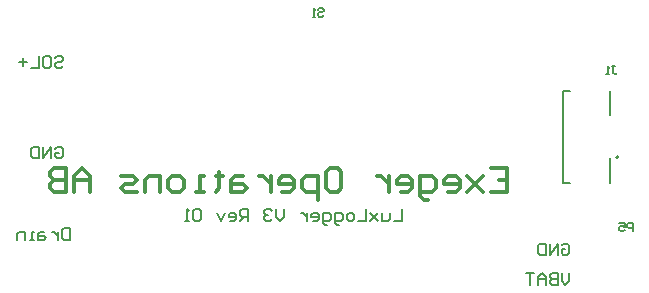
<source format=gbr>
%TF.GenerationSoftware,Altium Limited,Altium Designer,20.2.6 (244)*%
G04 Layer_Color=32896*
%FSLAX45Y45*%
%MOMM*%
%TF.SameCoordinates,5B1E47F8-7F56-49C7-AB48-EE235D2752C7*%
%TF.FilePolarity,Positive*%
%TF.FileFunction,Legend,Bot*%
%TF.Part,Single*%
G01*
G75*
%TA.AperFunction,NonConductor*%
%ADD60C,0.20000*%
%ADD61C,0.30000*%
D60*
X6165000Y1390000D02*
G03*
X6165000Y1390000I-10000J0D01*
G01*
X5695000Y1955000D02*
X5756000D01*
X5695000Y1175000D02*
X5756000D01*
X6095000Y1750000D02*
Y1955000D01*
Y1175000D02*
Y1380000D01*
X5695000Y1175000D02*
Y1955000D01*
X5750000Y409968D02*
Y343322D01*
X5716677Y310000D01*
X5683355Y343322D01*
Y409968D01*
X5650032D02*
Y310000D01*
X5600048D01*
X5583387Y326661D01*
Y343322D01*
X5600048Y359984D01*
X5650032D01*
X5600048D01*
X5583387Y376645D01*
Y393306D01*
X5600048Y409968D01*
X5650032D01*
X5550064Y310000D02*
Y376645D01*
X5516742Y409968D01*
X5483419Y376645D01*
Y310000D01*
Y359984D01*
X5550064D01*
X5450097Y409968D02*
X5383452D01*
X5416774D01*
Y310000D01*
X5683355Y643306D02*
X5700016Y659968D01*
X5733339D01*
X5750000Y643306D01*
Y576661D01*
X5733339Y560000D01*
X5700016D01*
X5683355Y576661D01*
Y609984D01*
X5716677D01*
X5650032Y560000D02*
Y659968D01*
X5583387Y560000D01*
Y659968D01*
X5550064D02*
Y560000D01*
X5500080D01*
X5483419Y576661D01*
Y643306D01*
X5500080Y659968D01*
X5550064D01*
X1520000Y789968D02*
Y690000D01*
X1470016D01*
X1453355Y706661D01*
Y773306D01*
X1470016Y789968D01*
X1520000D01*
X1420032Y756645D02*
Y690000D01*
Y723322D01*
X1403371Y739984D01*
X1386710Y756645D01*
X1370048D01*
X1303403D02*
X1270081D01*
X1253419Y739984D01*
Y690000D01*
X1303403D01*
X1320064Y706661D01*
X1303403Y723322D01*
X1253419D01*
X1220097Y690000D02*
X1186774D01*
X1203435D01*
Y756645D01*
X1220097D01*
X1136790Y690000D02*
Y756645D01*
X1086806D01*
X1070145Y739984D01*
Y690000D01*
X1393355Y1463306D02*
X1410016Y1479968D01*
X1443339D01*
X1460000Y1463306D01*
Y1396661D01*
X1443339Y1380000D01*
X1410016D01*
X1393355Y1396661D01*
Y1429984D01*
X1426678D01*
X1360032Y1380000D02*
Y1479968D01*
X1293387Y1380000D01*
Y1479968D01*
X1260065D02*
Y1380000D01*
X1210081D01*
X1193420Y1396661D01*
Y1463306D01*
X1210081Y1479968D01*
X1260065D01*
X1393355Y2233306D02*
X1410016Y2249968D01*
X1443339D01*
X1460000Y2233306D01*
Y2216645D01*
X1443339Y2199984D01*
X1410016D01*
X1393355Y2183323D01*
Y2166661D01*
X1410016Y2150000D01*
X1443339D01*
X1460000Y2166661D01*
X1310048Y2249968D02*
X1343371D01*
X1360032Y2233306D01*
Y2166661D01*
X1343371Y2150000D01*
X1310048D01*
X1293387Y2166661D01*
Y2233306D01*
X1310048Y2249968D01*
X1260065D02*
Y2150000D01*
X1193420D01*
X1160097Y2199984D02*
X1093452D01*
X1126774Y2233306D02*
Y2166661D01*
X4330000Y953290D02*
Y853322D01*
X4263355D01*
X4230032Y919967D02*
Y869984D01*
X4213371Y853322D01*
X4163387D01*
Y919967D01*
X4130064D02*
X4063419Y853322D01*
X4096742Y886645D01*
X4063419Y919967D01*
X4130064Y853322D01*
X4030097Y953290D02*
Y853322D01*
X3963452D01*
X3913467D02*
X3880145D01*
X3863484Y869984D01*
Y903306D01*
X3880145Y919967D01*
X3913467D01*
X3930129Y903306D01*
Y869984D01*
X3913467Y853322D01*
X3796838Y820000D02*
X3780177D01*
X3763516Y836661D01*
Y919967D01*
X3813500D01*
X3830161Y903306D01*
Y869984D01*
X3813500Y853322D01*
X3763516D01*
X3696871Y820000D02*
X3680209D01*
X3663548Y836661D01*
Y919967D01*
X3713532D01*
X3730193Y903306D01*
Y869984D01*
X3713532Y853322D01*
X3663548D01*
X3580242D02*
X3613564D01*
X3630225Y869984D01*
Y903306D01*
X3613564Y919967D01*
X3580242D01*
X3563580Y903306D01*
Y886645D01*
X3630225D01*
X3530258Y919967D02*
Y853322D01*
Y886645D01*
X3513596Y903306D01*
X3496935Y919967D01*
X3480274D01*
X3330322Y953290D02*
Y886645D01*
X3297000Y853322D01*
X3263677Y886645D01*
Y953290D01*
X3230354Y936629D02*
X3213693Y953290D01*
X3180370D01*
X3163709Y936629D01*
Y919967D01*
X3180370Y903306D01*
X3197032D01*
X3180370D01*
X3163709Y886645D01*
Y869984D01*
X3180370Y853322D01*
X3213693D01*
X3230354Y869984D01*
X3030419Y853322D02*
Y953290D01*
X2980435D01*
X2963774Y936629D01*
Y903306D01*
X2980435Y886645D01*
X3030419D01*
X2997096D02*
X2963774Y853322D01*
X2880467D02*
X2913789D01*
X2930451Y869984D01*
Y903306D01*
X2913789Y919967D01*
X2880467D01*
X2863806Y903306D01*
Y886645D01*
X2930451D01*
X2830483Y919967D02*
X2797161Y853322D01*
X2763838Y919967D01*
X2630547Y936629D02*
X2613886Y953290D01*
X2580564D01*
X2563902Y936629D01*
Y869984D01*
X2580564Y853322D01*
X2613886D01*
X2630547Y869984D01*
Y936629D01*
X2530580Y853322D02*
X2497257D01*
X2513918D01*
Y953290D01*
X2530580Y936629D01*
X6108988Y2161617D02*
X6132314D01*
X6120651D01*
Y2103303D01*
X6132314Y2091640D01*
X6143977D01*
X6155640Y2103303D01*
X6085662Y2091640D02*
X6062337D01*
X6074000D01*
Y2161617D01*
X6085662Y2149955D01*
X3622328Y2640175D02*
X3633991Y2651837D01*
X3657317D01*
X3668980Y2640175D01*
Y2628512D01*
X3657317Y2616849D01*
X3633991D01*
X3622328Y2605186D01*
Y2593523D01*
X3633991Y2581860D01*
X3657317D01*
X3668980Y2593523D01*
X3599002Y2581860D02*
X3575677D01*
X3587340D01*
Y2651837D01*
X3599002Y2640175D01*
X6288315Y765011D02*
Y834989D01*
X6253326D01*
X6241663Y823326D01*
Y800000D01*
X6253326Y788337D01*
X6288315D01*
X6171685Y834989D02*
X6218337D01*
Y800000D01*
X6195011Y811663D01*
X6183348D01*
X6171685Y800000D01*
Y776674D01*
X6183348Y765011D01*
X6206674D01*
X6218337Y776674D01*
D61*
X5086710Y1296581D02*
X5220000D01*
Y1096645D01*
X5086710D01*
X5220000Y1196613D02*
X5153355D01*
X5020064Y1229935D02*
X4886774Y1096645D01*
X4953419Y1163290D01*
X4886774Y1229935D01*
X5020064Y1096645D01*
X4720161D02*
X4786806D01*
X4820129Y1129968D01*
Y1196613D01*
X4786806Y1229935D01*
X4720161D01*
X4686838Y1196613D01*
Y1163290D01*
X4820129D01*
X4553548Y1030000D02*
X4520225D01*
X4486903Y1063322D01*
Y1229935D01*
X4586871D01*
X4620193Y1196613D01*
Y1129968D01*
X4586871Y1096645D01*
X4486903D01*
X4320290D02*
X4386935D01*
X4420258Y1129968D01*
Y1196613D01*
X4386935Y1229935D01*
X4320290D01*
X4286967Y1196613D01*
Y1163290D01*
X4420258D01*
X4220322Y1229935D02*
Y1096645D01*
Y1163290D01*
X4187000Y1196613D01*
X4153677Y1229935D01*
X4120354D01*
X3720483Y1296581D02*
X3787128D01*
X3820451Y1263258D01*
Y1129968D01*
X3787128Y1096645D01*
X3720483D01*
X3687161Y1129968D01*
Y1263258D01*
X3720483Y1296581D01*
X3620515Y1030000D02*
Y1229935D01*
X3520547D01*
X3487225Y1196613D01*
Y1129968D01*
X3520547Y1096645D01*
X3620515D01*
X3320612D02*
X3387257D01*
X3420580Y1129968D01*
Y1196613D01*
X3387257Y1229935D01*
X3320612D01*
X3287289Y1196613D01*
Y1163290D01*
X3420580D01*
X3220644Y1229935D02*
Y1096645D01*
Y1163290D01*
X3187322Y1196613D01*
X3153999Y1229935D01*
X3120676D01*
X2987386D02*
X2920741D01*
X2887418Y1196613D01*
Y1096645D01*
X2987386D01*
X3020708Y1129968D01*
X2987386Y1163290D01*
X2887418D01*
X2787450Y1263258D02*
Y1229935D01*
X2820773D01*
X2754128D01*
X2787450D01*
Y1129968D01*
X2754128Y1096645D01*
X2654160D02*
X2587515D01*
X2620838D01*
Y1229935D01*
X2654160D01*
X2454225Y1096645D02*
X2387579D01*
X2354257Y1129968D01*
Y1196613D01*
X2387579Y1229935D01*
X2454225D01*
X2487547Y1196613D01*
Y1129968D01*
X2454225Y1096645D01*
X2287612D02*
Y1229935D01*
X2187644D01*
X2154321Y1196613D01*
Y1096645D01*
X2087676D02*
X1987708D01*
X1954386Y1129968D01*
X1987708Y1163290D01*
X2054354D01*
X2087676Y1196613D01*
X2054354Y1229935D01*
X1954386D01*
X1687805Y1096645D02*
Y1229935D01*
X1621160Y1296581D01*
X1554515Y1229935D01*
Y1096645D01*
Y1196613D01*
X1687805D01*
X1487869Y1296581D02*
Y1096645D01*
X1387901D01*
X1354579Y1129968D01*
Y1163290D01*
X1387901Y1196613D01*
X1487869D01*
X1387901D01*
X1354579Y1229935D01*
Y1263258D01*
X1387901Y1296581D01*
X1487869D01*
%TF.MD5,fffed9009b5299b1a12c85218f713df1*%
M02*

</source>
